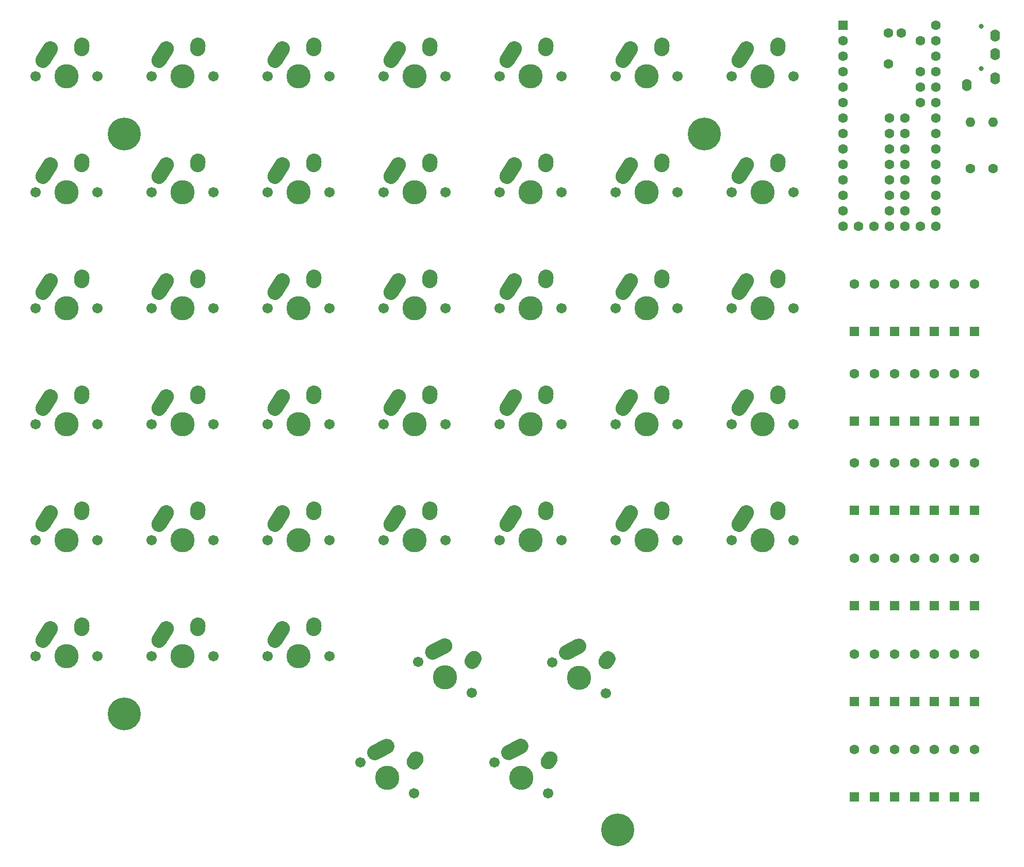
<source format=gbs>
%TF.GenerationSoftware,KiCad,Pcbnew,(5.1.9)-1*%
%TF.CreationDate,2021-04-22T01:41:48-06:00*%
%TF.ProjectId,Left Keyboard,4c656674-204b-4657-9962-6f6172642e6b,rev?*%
%TF.SameCoordinates,Original*%
%TF.FileFunction,Soldermask,Bot*%
%TF.FilePolarity,Negative*%
%FSLAX46Y46*%
G04 Gerber Fmt 4.6, Leading zero omitted, Abs format (unit mm)*
G04 Created by KiCad (PCBNEW (5.1.9)-1) date 2021-04-22 01:41:48*
%MOMM*%
%LPD*%
G01*
G04 APERTURE LIST*
%ADD10C,1.701800*%
%ADD11C,3.987800*%
%ADD12R,1.600000X1.600000*%
%ADD13C,1.600000*%
%ADD14O,1.600000X1.600000*%
%ADD15O,1.600000X2.000000*%
%ADD16C,0.800000*%
%ADD17C,5.400000*%
G04 APERTURE END LIST*
%TO.C,K6-2*%
G36*
G01*
X172328171Y-44776809D02*
X172367619Y-44198153D01*
G75*
G02*
X173699743Y-43036067I1247105J-85019D01*
G01*
X173699743Y-43036067D01*
G75*
G02*
X174861829Y-44368191I-85019J-1247105D01*
G01*
X174822381Y-44946847D01*
G75*
G02*
X173490257Y-46108933I-1247105J85019D01*
G01*
X173490257Y-46108933D01*
G75*
G02*
X172328171Y-44776809I85019J1247105D01*
G01*
G37*
G36*
G01*
X166161299Y-46119690D02*
X167370223Y-44222060D01*
G75*
G02*
X169096087Y-43839446I1054239J-671625D01*
G01*
X169096087Y-43839446D01*
G75*
G02*
X169478701Y-45565310I-671625J-1054239D01*
G01*
X168269777Y-47462940D01*
G75*
G02*
X166543913Y-47845554I-1054239J671625D01*
G01*
X166543913Y-47845554D01*
G75*
G02*
X166161299Y-46119690I671625J1054239D01*
G01*
G37*
D10*
X176155000Y-49362500D03*
X165995000Y-49362500D03*
D11*
X171075000Y-49362500D03*
%TD*%
D12*
%TO.C,D1-1*%
X205212500Y-72275000D03*
D13*
X205212500Y-64475000D03*
%TD*%
%TO.C,D1-2*%
X205212500Y-79162500D03*
D12*
X205212500Y-86962500D03*
%TD*%
%TO.C,D1-3*%
X205212500Y-101650000D03*
D13*
X205212500Y-93850000D03*
%TD*%
%TO.C,D1-4*%
X205212500Y-109537500D03*
D12*
X205212500Y-117337500D03*
%TD*%
%TO.C,D1-5*%
X205212500Y-133025000D03*
D13*
X205212500Y-125225000D03*
%TD*%
%TO.C,D1-6*%
X205212500Y-140912500D03*
D12*
X205212500Y-148712500D03*
%TD*%
%TO.C,D2-1*%
X208500000Y-72275000D03*
D13*
X208500000Y-64475000D03*
%TD*%
%TO.C,D2-2*%
X208500000Y-79162500D03*
D12*
X208500000Y-86962500D03*
%TD*%
%TO.C,D2-3*%
X208500000Y-101650000D03*
D13*
X208500000Y-93850000D03*
%TD*%
%TO.C,D2-4*%
X208500000Y-109537500D03*
D12*
X208500000Y-117337500D03*
%TD*%
%TO.C,D2-5*%
X208500000Y-133025000D03*
D13*
X208500000Y-125225000D03*
%TD*%
%TO.C,D2-6*%
X208500000Y-140912500D03*
D12*
X208500000Y-148712500D03*
%TD*%
%TO.C,D3-1*%
X211787500Y-72275000D03*
D13*
X211787500Y-64475000D03*
%TD*%
%TO.C,D3-2*%
X211787500Y-79162500D03*
D12*
X211787500Y-86962500D03*
%TD*%
%TO.C,D3-3*%
X211787500Y-101650000D03*
D13*
X211787500Y-93850000D03*
%TD*%
%TO.C,D3-4*%
X211787500Y-109537500D03*
D12*
X211787500Y-117337500D03*
%TD*%
%TO.C,D3-5*%
X211787500Y-133025000D03*
D13*
X211787500Y-125225000D03*
%TD*%
%TO.C,D3-6*%
X211787500Y-140912500D03*
D12*
X211787500Y-148712500D03*
%TD*%
D13*
%TO.C,D4-1*%
X215075000Y-64475000D03*
D12*
X215075000Y-72275000D03*
%TD*%
%TO.C,D4-2*%
X215075000Y-86962500D03*
D13*
X215075000Y-79162500D03*
%TD*%
D12*
%TO.C,D4-3*%
X215075000Y-101650000D03*
D13*
X215075000Y-93850000D03*
%TD*%
%TO.C,D4-4*%
X215075000Y-109537500D03*
D12*
X215075000Y-117337500D03*
%TD*%
%TO.C,D4-5*%
X215075000Y-133025000D03*
D13*
X215075000Y-125225000D03*
%TD*%
%TO.C,D4-6*%
X215075000Y-140912500D03*
D12*
X215075000Y-148712500D03*
%TD*%
D13*
%TO.C,D5-1*%
X218362500Y-64475000D03*
D12*
X218362500Y-72275000D03*
%TD*%
%TO.C,D5-2*%
X218362500Y-86962500D03*
D13*
X218362500Y-79162500D03*
%TD*%
%TO.C,D5-3*%
X218362500Y-93850000D03*
D12*
X218362500Y-101650000D03*
%TD*%
%TO.C,D5-4*%
X218362500Y-117337500D03*
D13*
X218362500Y-109537500D03*
%TD*%
%TO.C,D5-5*%
X218362500Y-125225000D03*
D12*
X218362500Y-133025000D03*
%TD*%
%TO.C,D5-6*%
X218362500Y-148712500D03*
D13*
X218362500Y-140912500D03*
%TD*%
%TO.C,D6-1*%
X221650000Y-64475000D03*
D12*
X221650000Y-72275000D03*
%TD*%
%TO.C,D6-2*%
X221650000Y-86962500D03*
D13*
X221650000Y-79162500D03*
%TD*%
%TO.C,D6-3*%
X221650000Y-93850000D03*
D12*
X221650000Y-101650000D03*
%TD*%
%TO.C,D6-4*%
X221650000Y-117337500D03*
D13*
X221650000Y-109537500D03*
%TD*%
%TO.C,D6-5*%
X221650000Y-125225000D03*
D12*
X221650000Y-133025000D03*
%TD*%
%TO.C,D6-6*%
X221650000Y-148712500D03*
D13*
X221650000Y-140912500D03*
%TD*%
%TO.C,D7-1*%
X224937500Y-64475000D03*
D12*
X224937500Y-72275000D03*
%TD*%
%TO.C,D7-2*%
X224937500Y-86962500D03*
D13*
X224937500Y-79162500D03*
%TD*%
%TO.C,D7-3*%
X224937500Y-93850000D03*
D12*
X224937500Y-101650000D03*
%TD*%
%TO.C,D7-4*%
X224937500Y-117337500D03*
D13*
X224937500Y-109537500D03*
%TD*%
%TO.C,D7-5*%
X224937500Y-125225000D03*
D12*
X224937500Y-133025000D03*
%TD*%
%TO.C,D7-6*%
X224937500Y-148712500D03*
D13*
X224937500Y-140912500D03*
%TD*%
%TO.C,K1-1*%
G36*
G01*
X77078171Y-25726809D02*
X77117619Y-25148153D01*
G75*
G02*
X78449743Y-23986067I1247105J-85019D01*
G01*
X78449743Y-23986067D01*
G75*
G02*
X79611829Y-25318191I-85019J-1247105D01*
G01*
X79572381Y-25896847D01*
G75*
G02*
X78240257Y-27058933I-1247105J85019D01*
G01*
X78240257Y-27058933D01*
G75*
G02*
X77078171Y-25726809I85019J1247105D01*
G01*
G37*
G36*
G01*
X70911299Y-27069690D02*
X72120223Y-25172060D01*
G75*
G02*
X73846087Y-24789446I1054239J-671625D01*
G01*
X73846087Y-24789446D01*
G75*
G02*
X74228701Y-26515310I-671625J-1054239D01*
G01*
X73019777Y-28412940D01*
G75*
G02*
X71293913Y-28795554I-1054239J671625D01*
G01*
X71293913Y-28795554D01*
G75*
G02*
X70911299Y-27069690I671625J1054239D01*
G01*
G37*
D10*
X80905000Y-30312500D03*
X70745000Y-30312500D03*
D11*
X75825000Y-30312500D03*
%TD*%
%TO.C,K1-2*%
X75825000Y-49362500D03*
D10*
X70745000Y-49362500D03*
X80905000Y-49362500D03*
G36*
G01*
X70911299Y-46119690D02*
X72120223Y-44222060D01*
G75*
G02*
X73846087Y-43839446I1054239J-671625D01*
G01*
X73846087Y-43839446D01*
G75*
G02*
X74228701Y-45565310I-671625J-1054239D01*
G01*
X73019777Y-47462940D01*
G75*
G02*
X71293913Y-47845554I-1054239J671625D01*
G01*
X71293913Y-47845554D01*
G75*
G02*
X70911299Y-46119690I671625J1054239D01*
G01*
G37*
G36*
G01*
X77078171Y-44776809D02*
X77117619Y-44198153D01*
G75*
G02*
X78449743Y-43036067I1247105J-85019D01*
G01*
X78449743Y-43036067D01*
G75*
G02*
X79611829Y-44368191I-85019J-1247105D01*
G01*
X79572381Y-44946847D01*
G75*
G02*
X78240257Y-46108933I-1247105J85019D01*
G01*
X78240257Y-46108933D01*
G75*
G02*
X77078171Y-44776809I85019J1247105D01*
G01*
G37*
%TD*%
D11*
%TO.C,K1-3*%
X75825000Y-68412500D03*
D10*
X70745000Y-68412500D03*
X80905000Y-68412500D03*
G36*
G01*
X70911299Y-65169690D02*
X72120223Y-63272060D01*
G75*
G02*
X73846087Y-62889446I1054239J-671625D01*
G01*
X73846087Y-62889446D01*
G75*
G02*
X74228701Y-64615310I-671625J-1054239D01*
G01*
X73019777Y-66512940D01*
G75*
G02*
X71293913Y-66895554I-1054239J671625D01*
G01*
X71293913Y-66895554D01*
G75*
G02*
X70911299Y-65169690I671625J1054239D01*
G01*
G37*
G36*
G01*
X77078171Y-63826809D02*
X77117619Y-63248153D01*
G75*
G02*
X78449743Y-62086067I1247105J-85019D01*
G01*
X78449743Y-62086067D01*
G75*
G02*
X79611829Y-63418191I-85019J-1247105D01*
G01*
X79572381Y-63996847D01*
G75*
G02*
X78240257Y-65158933I-1247105J85019D01*
G01*
X78240257Y-65158933D01*
G75*
G02*
X77078171Y-63826809I85019J1247105D01*
G01*
G37*
%TD*%
%TO.C,K1-4*%
G36*
G01*
X77078171Y-82876809D02*
X77117619Y-82298153D01*
G75*
G02*
X78449743Y-81136067I1247105J-85019D01*
G01*
X78449743Y-81136067D01*
G75*
G02*
X79611829Y-82468191I-85019J-1247105D01*
G01*
X79572381Y-83046847D01*
G75*
G02*
X78240257Y-84208933I-1247105J85019D01*
G01*
X78240257Y-84208933D01*
G75*
G02*
X77078171Y-82876809I85019J1247105D01*
G01*
G37*
G36*
G01*
X70911299Y-84219690D02*
X72120223Y-82322060D01*
G75*
G02*
X73846087Y-81939446I1054239J-671625D01*
G01*
X73846087Y-81939446D01*
G75*
G02*
X74228701Y-83665310I-671625J-1054239D01*
G01*
X73019777Y-85562940D01*
G75*
G02*
X71293913Y-85945554I-1054239J671625D01*
G01*
X71293913Y-85945554D01*
G75*
G02*
X70911299Y-84219690I671625J1054239D01*
G01*
G37*
X80905000Y-87462500D03*
X70745000Y-87462500D03*
D11*
X75825000Y-87462500D03*
%TD*%
%TO.C,K1-5*%
G36*
G01*
X77078171Y-101926809D02*
X77117619Y-101348153D01*
G75*
G02*
X78449743Y-100186067I1247105J-85019D01*
G01*
X78449743Y-100186067D01*
G75*
G02*
X79611829Y-101518191I-85019J-1247105D01*
G01*
X79572381Y-102096847D01*
G75*
G02*
X78240257Y-103258933I-1247105J85019D01*
G01*
X78240257Y-103258933D01*
G75*
G02*
X77078171Y-101926809I85019J1247105D01*
G01*
G37*
G36*
G01*
X70911299Y-103269690D02*
X72120223Y-101372060D01*
G75*
G02*
X73846087Y-100989446I1054239J-671625D01*
G01*
X73846087Y-100989446D01*
G75*
G02*
X74228701Y-102715310I-671625J-1054239D01*
G01*
X73019777Y-104612940D01*
G75*
G02*
X71293913Y-104995554I-1054239J671625D01*
G01*
X71293913Y-104995554D01*
G75*
G02*
X70911299Y-103269690I671625J1054239D01*
G01*
G37*
D10*
X80905000Y-106512500D03*
X70745000Y-106512500D03*
D11*
X75825000Y-106512500D03*
%TD*%
%TO.C,K1-6*%
X75825000Y-125562500D03*
D10*
X70745000Y-125562500D03*
X80905000Y-125562500D03*
G36*
G01*
X70911299Y-122319690D02*
X72120223Y-120422060D01*
G75*
G02*
X73846087Y-120039446I1054239J-671625D01*
G01*
X73846087Y-120039446D01*
G75*
G02*
X74228701Y-121765310I-671625J-1054239D01*
G01*
X73019777Y-123662940D01*
G75*
G02*
X71293913Y-124045554I-1054239J671625D01*
G01*
X71293913Y-124045554D01*
G75*
G02*
X70911299Y-122319690I671625J1054239D01*
G01*
G37*
G36*
G01*
X77078171Y-120976809D02*
X77117619Y-120398153D01*
G75*
G02*
X78449743Y-119236067I1247105J-85019D01*
G01*
X78449743Y-119236067D01*
G75*
G02*
X79611829Y-120568191I-85019J-1247105D01*
G01*
X79572381Y-121146847D01*
G75*
G02*
X78240257Y-122308933I-1247105J85019D01*
G01*
X78240257Y-122308933D01*
G75*
G02*
X77078171Y-120976809I85019J1247105D01*
G01*
G37*
%TD*%
%TO.C,K2-1*%
G36*
G01*
X96128171Y-25726809D02*
X96167619Y-25148153D01*
G75*
G02*
X97499743Y-23986067I1247105J-85019D01*
G01*
X97499743Y-23986067D01*
G75*
G02*
X98661829Y-25318191I-85019J-1247105D01*
G01*
X98622381Y-25896847D01*
G75*
G02*
X97290257Y-27058933I-1247105J85019D01*
G01*
X97290257Y-27058933D01*
G75*
G02*
X96128171Y-25726809I85019J1247105D01*
G01*
G37*
G36*
G01*
X89961299Y-27069690D02*
X91170223Y-25172060D01*
G75*
G02*
X92896087Y-24789446I1054239J-671625D01*
G01*
X92896087Y-24789446D01*
G75*
G02*
X93278701Y-26515310I-671625J-1054239D01*
G01*
X92069777Y-28412940D01*
G75*
G02*
X90343913Y-28795554I-1054239J671625D01*
G01*
X90343913Y-28795554D01*
G75*
G02*
X89961299Y-27069690I671625J1054239D01*
G01*
G37*
X99955000Y-30312500D03*
X89795000Y-30312500D03*
D11*
X94875000Y-30312500D03*
%TD*%
%TO.C,K2-2*%
X94875000Y-49362500D03*
D10*
X89795000Y-49362500D03*
X99955000Y-49362500D03*
G36*
G01*
X89961299Y-46119690D02*
X91170223Y-44222060D01*
G75*
G02*
X92896087Y-43839446I1054239J-671625D01*
G01*
X92896087Y-43839446D01*
G75*
G02*
X93278701Y-45565310I-671625J-1054239D01*
G01*
X92069777Y-47462940D01*
G75*
G02*
X90343913Y-47845554I-1054239J671625D01*
G01*
X90343913Y-47845554D01*
G75*
G02*
X89961299Y-46119690I671625J1054239D01*
G01*
G37*
G36*
G01*
X96128171Y-44776809D02*
X96167619Y-44198153D01*
G75*
G02*
X97499743Y-43036067I1247105J-85019D01*
G01*
X97499743Y-43036067D01*
G75*
G02*
X98661829Y-44368191I-85019J-1247105D01*
G01*
X98622381Y-44946847D01*
G75*
G02*
X97290257Y-46108933I-1247105J85019D01*
G01*
X97290257Y-46108933D01*
G75*
G02*
X96128171Y-44776809I85019J1247105D01*
G01*
G37*
%TD*%
%TO.C,K2-3*%
G36*
G01*
X96128171Y-63826809D02*
X96167619Y-63248153D01*
G75*
G02*
X97499743Y-62086067I1247105J-85019D01*
G01*
X97499743Y-62086067D01*
G75*
G02*
X98661829Y-63418191I-85019J-1247105D01*
G01*
X98622381Y-63996847D01*
G75*
G02*
X97290257Y-65158933I-1247105J85019D01*
G01*
X97290257Y-65158933D01*
G75*
G02*
X96128171Y-63826809I85019J1247105D01*
G01*
G37*
G36*
G01*
X89961299Y-65169690D02*
X91170223Y-63272060D01*
G75*
G02*
X92896087Y-62889446I1054239J-671625D01*
G01*
X92896087Y-62889446D01*
G75*
G02*
X93278701Y-64615310I-671625J-1054239D01*
G01*
X92069777Y-66512940D01*
G75*
G02*
X90343913Y-66895554I-1054239J671625D01*
G01*
X90343913Y-66895554D01*
G75*
G02*
X89961299Y-65169690I671625J1054239D01*
G01*
G37*
X99955000Y-68412500D03*
X89795000Y-68412500D03*
D11*
X94875000Y-68412500D03*
%TD*%
%TO.C,K2-4*%
X94875000Y-87462500D03*
D10*
X89795000Y-87462500D03*
X99955000Y-87462500D03*
G36*
G01*
X89961299Y-84219690D02*
X91170223Y-82322060D01*
G75*
G02*
X92896087Y-81939446I1054239J-671625D01*
G01*
X92896087Y-81939446D01*
G75*
G02*
X93278701Y-83665310I-671625J-1054239D01*
G01*
X92069777Y-85562940D01*
G75*
G02*
X90343913Y-85945554I-1054239J671625D01*
G01*
X90343913Y-85945554D01*
G75*
G02*
X89961299Y-84219690I671625J1054239D01*
G01*
G37*
G36*
G01*
X96128171Y-82876809D02*
X96167619Y-82298153D01*
G75*
G02*
X97499743Y-81136067I1247105J-85019D01*
G01*
X97499743Y-81136067D01*
G75*
G02*
X98661829Y-82468191I-85019J-1247105D01*
G01*
X98622381Y-83046847D01*
G75*
G02*
X97290257Y-84208933I-1247105J85019D01*
G01*
X97290257Y-84208933D01*
G75*
G02*
X96128171Y-82876809I85019J1247105D01*
G01*
G37*
%TD*%
%TO.C,K2-5*%
G36*
G01*
X96128171Y-101926809D02*
X96167619Y-101348153D01*
G75*
G02*
X97499743Y-100186067I1247105J-85019D01*
G01*
X97499743Y-100186067D01*
G75*
G02*
X98661829Y-101518191I-85019J-1247105D01*
G01*
X98622381Y-102096847D01*
G75*
G02*
X97290257Y-103258933I-1247105J85019D01*
G01*
X97290257Y-103258933D01*
G75*
G02*
X96128171Y-101926809I85019J1247105D01*
G01*
G37*
G36*
G01*
X89961299Y-103269690D02*
X91170223Y-101372060D01*
G75*
G02*
X92896087Y-100989446I1054239J-671625D01*
G01*
X92896087Y-100989446D01*
G75*
G02*
X93278701Y-102715310I-671625J-1054239D01*
G01*
X92069777Y-104612940D01*
G75*
G02*
X90343913Y-104995554I-1054239J671625D01*
G01*
X90343913Y-104995554D01*
G75*
G02*
X89961299Y-103269690I671625J1054239D01*
G01*
G37*
X99955000Y-106512500D03*
X89795000Y-106512500D03*
D11*
X94875000Y-106512500D03*
%TD*%
%TO.C,K2-6*%
X94875000Y-125562500D03*
D10*
X89795000Y-125562500D03*
X99955000Y-125562500D03*
G36*
G01*
X89961299Y-122319690D02*
X91170223Y-120422060D01*
G75*
G02*
X92896087Y-120039446I1054239J-671625D01*
G01*
X92896087Y-120039446D01*
G75*
G02*
X93278701Y-121765310I-671625J-1054239D01*
G01*
X92069777Y-123662940D01*
G75*
G02*
X90343913Y-124045554I-1054239J671625D01*
G01*
X90343913Y-124045554D01*
G75*
G02*
X89961299Y-122319690I671625J1054239D01*
G01*
G37*
G36*
G01*
X96128171Y-120976809D02*
X96167619Y-120398153D01*
G75*
G02*
X97499743Y-119236067I1247105J-85019D01*
G01*
X97499743Y-119236067D01*
G75*
G02*
X98661829Y-120568191I-85019J-1247105D01*
G01*
X98622381Y-121146847D01*
G75*
G02*
X97290257Y-122308933I-1247105J85019D01*
G01*
X97290257Y-122308933D01*
G75*
G02*
X96128171Y-120976809I85019J1247105D01*
G01*
G37*
%TD*%
D11*
%TO.C,K3-1*%
X113925000Y-30312500D03*
D10*
X108845000Y-30312500D03*
X119005000Y-30312500D03*
G36*
G01*
X109011299Y-27069690D02*
X110220223Y-25172060D01*
G75*
G02*
X111946087Y-24789446I1054239J-671625D01*
G01*
X111946087Y-24789446D01*
G75*
G02*
X112328701Y-26515310I-671625J-1054239D01*
G01*
X111119777Y-28412940D01*
G75*
G02*
X109393913Y-28795554I-1054239J671625D01*
G01*
X109393913Y-28795554D01*
G75*
G02*
X109011299Y-27069690I671625J1054239D01*
G01*
G37*
G36*
G01*
X115178171Y-25726809D02*
X115217619Y-25148153D01*
G75*
G02*
X116549743Y-23986067I1247105J-85019D01*
G01*
X116549743Y-23986067D01*
G75*
G02*
X117711829Y-25318191I-85019J-1247105D01*
G01*
X117672381Y-25896847D01*
G75*
G02*
X116340257Y-27058933I-1247105J85019D01*
G01*
X116340257Y-27058933D01*
G75*
G02*
X115178171Y-25726809I85019J1247105D01*
G01*
G37*
%TD*%
D11*
%TO.C,K3-2*%
X113925000Y-49362500D03*
D10*
X108845000Y-49362500D03*
X119005000Y-49362500D03*
G36*
G01*
X109011299Y-46119690D02*
X110220223Y-44222060D01*
G75*
G02*
X111946087Y-43839446I1054239J-671625D01*
G01*
X111946087Y-43839446D01*
G75*
G02*
X112328701Y-45565310I-671625J-1054239D01*
G01*
X111119777Y-47462940D01*
G75*
G02*
X109393913Y-47845554I-1054239J671625D01*
G01*
X109393913Y-47845554D01*
G75*
G02*
X109011299Y-46119690I671625J1054239D01*
G01*
G37*
G36*
G01*
X115178171Y-44776809D02*
X115217619Y-44198153D01*
G75*
G02*
X116549743Y-43036067I1247105J-85019D01*
G01*
X116549743Y-43036067D01*
G75*
G02*
X117711829Y-44368191I-85019J-1247105D01*
G01*
X117672381Y-44946847D01*
G75*
G02*
X116340257Y-46108933I-1247105J85019D01*
G01*
X116340257Y-46108933D01*
G75*
G02*
X115178171Y-44776809I85019J1247105D01*
G01*
G37*
%TD*%
%TO.C,K3-3*%
G36*
G01*
X115178171Y-63826809D02*
X115217619Y-63248153D01*
G75*
G02*
X116549743Y-62086067I1247105J-85019D01*
G01*
X116549743Y-62086067D01*
G75*
G02*
X117711829Y-63418191I-85019J-1247105D01*
G01*
X117672381Y-63996847D01*
G75*
G02*
X116340257Y-65158933I-1247105J85019D01*
G01*
X116340257Y-65158933D01*
G75*
G02*
X115178171Y-63826809I85019J1247105D01*
G01*
G37*
G36*
G01*
X109011299Y-65169690D02*
X110220223Y-63272060D01*
G75*
G02*
X111946087Y-62889446I1054239J-671625D01*
G01*
X111946087Y-62889446D01*
G75*
G02*
X112328701Y-64615310I-671625J-1054239D01*
G01*
X111119777Y-66512940D01*
G75*
G02*
X109393913Y-66895554I-1054239J671625D01*
G01*
X109393913Y-66895554D01*
G75*
G02*
X109011299Y-65169690I671625J1054239D01*
G01*
G37*
X119005000Y-68412500D03*
X108845000Y-68412500D03*
D11*
X113925000Y-68412500D03*
%TD*%
%TO.C,K3-4*%
X113925000Y-87462500D03*
D10*
X108845000Y-87462500D03*
X119005000Y-87462500D03*
G36*
G01*
X109011299Y-84219690D02*
X110220223Y-82322060D01*
G75*
G02*
X111946087Y-81939446I1054239J-671625D01*
G01*
X111946087Y-81939446D01*
G75*
G02*
X112328701Y-83665310I-671625J-1054239D01*
G01*
X111119777Y-85562940D01*
G75*
G02*
X109393913Y-85945554I-1054239J671625D01*
G01*
X109393913Y-85945554D01*
G75*
G02*
X109011299Y-84219690I671625J1054239D01*
G01*
G37*
G36*
G01*
X115178171Y-82876809D02*
X115217619Y-82298153D01*
G75*
G02*
X116549743Y-81136067I1247105J-85019D01*
G01*
X116549743Y-81136067D01*
G75*
G02*
X117711829Y-82468191I-85019J-1247105D01*
G01*
X117672381Y-83046847D01*
G75*
G02*
X116340257Y-84208933I-1247105J85019D01*
G01*
X116340257Y-84208933D01*
G75*
G02*
X115178171Y-82876809I85019J1247105D01*
G01*
G37*
%TD*%
%TO.C,K3-5*%
G36*
G01*
X115178171Y-101926809D02*
X115217619Y-101348153D01*
G75*
G02*
X116549743Y-100186067I1247105J-85019D01*
G01*
X116549743Y-100186067D01*
G75*
G02*
X117711829Y-101518191I-85019J-1247105D01*
G01*
X117672381Y-102096847D01*
G75*
G02*
X116340257Y-103258933I-1247105J85019D01*
G01*
X116340257Y-103258933D01*
G75*
G02*
X115178171Y-101926809I85019J1247105D01*
G01*
G37*
G36*
G01*
X109011299Y-103269690D02*
X110220223Y-101372060D01*
G75*
G02*
X111946087Y-100989446I1054239J-671625D01*
G01*
X111946087Y-100989446D01*
G75*
G02*
X112328701Y-102715310I-671625J-1054239D01*
G01*
X111119777Y-104612940D01*
G75*
G02*
X109393913Y-104995554I-1054239J671625D01*
G01*
X109393913Y-104995554D01*
G75*
G02*
X109011299Y-103269690I671625J1054239D01*
G01*
G37*
X119005000Y-106512500D03*
X108845000Y-106512500D03*
D11*
X113925000Y-106512500D03*
%TD*%
%TO.C,K3-6*%
X113925000Y-125562500D03*
D10*
X108845000Y-125562500D03*
X119005000Y-125562500D03*
G36*
G01*
X109011299Y-122319690D02*
X110220223Y-120422060D01*
G75*
G02*
X111946087Y-120039446I1054239J-671625D01*
G01*
X111946087Y-120039446D01*
G75*
G02*
X112328701Y-121765310I-671625J-1054239D01*
G01*
X111119777Y-123662940D01*
G75*
G02*
X109393913Y-124045554I-1054239J671625D01*
G01*
X109393913Y-124045554D01*
G75*
G02*
X109011299Y-122319690I671625J1054239D01*
G01*
G37*
G36*
G01*
X115178171Y-120976809D02*
X115217619Y-120398153D01*
G75*
G02*
X116549743Y-119236067I1247105J-85019D01*
G01*
X116549743Y-119236067D01*
G75*
G02*
X117711829Y-120568191I-85019J-1247105D01*
G01*
X117672381Y-121146847D01*
G75*
G02*
X116340257Y-122308933I-1247105J85019D01*
G01*
X116340257Y-122308933D01*
G75*
G02*
X115178171Y-120976809I85019J1247105D01*
G01*
G37*
%TD*%
%TO.C,K4-1*%
G36*
G01*
X134228171Y-25726809D02*
X134267619Y-25148153D01*
G75*
G02*
X135599743Y-23986067I1247105J-85019D01*
G01*
X135599743Y-23986067D01*
G75*
G02*
X136761829Y-25318191I-85019J-1247105D01*
G01*
X136722381Y-25896847D01*
G75*
G02*
X135390257Y-27058933I-1247105J85019D01*
G01*
X135390257Y-27058933D01*
G75*
G02*
X134228171Y-25726809I85019J1247105D01*
G01*
G37*
G36*
G01*
X128061299Y-27069690D02*
X129270223Y-25172060D01*
G75*
G02*
X130996087Y-24789446I1054239J-671625D01*
G01*
X130996087Y-24789446D01*
G75*
G02*
X131378701Y-26515310I-671625J-1054239D01*
G01*
X130169777Y-28412940D01*
G75*
G02*
X128443913Y-28795554I-1054239J671625D01*
G01*
X128443913Y-28795554D01*
G75*
G02*
X128061299Y-27069690I671625J1054239D01*
G01*
G37*
X138055000Y-30312500D03*
X127895000Y-30312500D03*
D11*
X132975000Y-30312500D03*
%TD*%
%TO.C,K4-2*%
X132975000Y-49362500D03*
D10*
X127895000Y-49362500D03*
X138055000Y-49362500D03*
G36*
G01*
X128061299Y-46119690D02*
X129270223Y-44222060D01*
G75*
G02*
X130996087Y-43839446I1054239J-671625D01*
G01*
X130996087Y-43839446D01*
G75*
G02*
X131378701Y-45565310I-671625J-1054239D01*
G01*
X130169777Y-47462940D01*
G75*
G02*
X128443913Y-47845554I-1054239J671625D01*
G01*
X128443913Y-47845554D01*
G75*
G02*
X128061299Y-46119690I671625J1054239D01*
G01*
G37*
G36*
G01*
X134228171Y-44776809D02*
X134267619Y-44198153D01*
G75*
G02*
X135599743Y-43036067I1247105J-85019D01*
G01*
X135599743Y-43036067D01*
G75*
G02*
X136761829Y-44368191I-85019J-1247105D01*
G01*
X136722381Y-44946847D01*
G75*
G02*
X135390257Y-46108933I-1247105J85019D01*
G01*
X135390257Y-46108933D01*
G75*
G02*
X134228171Y-44776809I85019J1247105D01*
G01*
G37*
%TD*%
%TO.C,K4-3*%
G36*
G01*
X134228171Y-63826809D02*
X134267619Y-63248153D01*
G75*
G02*
X135599743Y-62086067I1247105J-85019D01*
G01*
X135599743Y-62086067D01*
G75*
G02*
X136761829Y-63418191I-85019J-1247105D01*
G01*
X136722381Y-63996847D01*
G75*
G02*
X135390257Y-65158933I-1247105J85019D01*
G01*
X135390257Y-65158933D01*
G75*
G02*
X134228171Y-63826809I85019J1247105D01*
G01*
G37*
G36*
G01*
X128061299Y-65169690D02*
X129270223Y-63272060D01*
G75*
G02*
X130996087Y-62889446I1054239J-671625D01*
G01*
X130996087Y-62889446D01*
G75*
G02*
X131378701Y-64615310I-671625J-1054239D01*
G01*
X130169777Y-66512940D01*
G75*
G02*
X128443913Y-66895554I-1054239J671625D01*
G01*
X128443913Y-66895554D01*
G75*
G02*
X128061299Y-65169690I671625J1054239D01*
G01*
G37*
X138055000Y-68412500D03*
X127895000Y-68412500D03*
D11*
X132975000Y-68412500D03*
%TD*%
%TO.C,K4-4*%
X132975000Y-87462500D03*
D10*
X127895000Y-87462500D03*
X138055000Y-87462500D03*
G36*
G01*
X128061299Y-84219690D02*
X129270223Y-82322060D01*
G75*
G02*
X130996087Y-81939446I1054239J-671625D01*
G01*
X130996087Y-81939446D01*
G75*
G02*
X131378701Y-83665310I-671625J-1054239D01*
G01*
X130169777Y-85562940D01*
G75*
G02*
X128443913Y-85945554I-1054239J671625D01*
G01*
X128443913Y-85945554D01*
G75*
G02*
X128061299Y-84219690I671625J1054239D01*
G01*
G37*
G36*
G01*
X134228171Y-82876809D02*
X134267619Y-82298153D01*
G75*
G02*
X135599743Y-81136067I1247105J-85019D01*
G01*
X135599743Y-81136067D01*
G75*
G02*
X136761829Y-82468191I-85019J-1247105D01*
G01*
X136722381Y-83046847D01*
G75*
G02*
X135390257Y-84208933I-1247105J85019D01*
G01*
X135390257Y-84208933D01*
G75*
G02*
X134228171Y-82876809I85019J1247105D01*
G01*
G37*
%TD*%
%TO.C,K4-5*%
G36*
G01*
X134228171Y-101926809D02*
X134267619Y-101348153D01*
G75*
G02*
X135599743Y-100186067I1247105J-85019D01*
G01*
X135599743Y-100186067D01*
G75*
G02*
X136761829Y-101518191I-85019J-1247105D01*
G01*
X136722381Y-102096847D01*
G75*
G02*
X135390257Y-103258933I-1247105J85019D01*
G01*
X135390257Y-103258933D01*
G75*
G02*
X134228171Y-101926809I85019J1247105D01*
G01*
G37*
G36*
G01*
X128061299Y-103269690D02*
X129270223Y-101372060D01*
G75*
G02*
X130996087Y-100989446I1054239J-671625D01*
G01*
X130996087Y-100989446D01*
G75*
G02*
X131378701Y-102715310I-671625J-1054239D01*
G01*
X130169777Y-104612940D01*
G75*
G02*
X128443913Y-104995554I-1054239J671625D01*
G01*
X128443913Y-104995554D01*
G75*
G02*
X128061299Y-103269690I671625J1054239D01*
G01*
G37*
X138055000Y-106512500D03*
X127895000Y-106512500D03*
D11*
X132975000Y-106512500D03*
%TD*%
%TO.C,K4-6*%
X138012500Y-129100000D03*
D10*
X133613091Y-126560000D03*
X142411909Y-131640000D03*
G36*
G01*
X135378514Y-123834794D02*
X137374288Y-122795860D01*
G75*
G02*
X139060238Y-123327438I577186J-1108764D01*
G01*
X139060238Y-123327438D01*
G75*
G02*
X138528660Y-125013388I-1108764J-577186D01*
G01*
X136532886Y-126052322D01*
G75*
G02*
X134846936Y-125520744I-577186J1108764D01*
G01*
X134846936Y-125520744D01*
G75*
G02*
X135378514Y-123834794I1108764J577186D01*
G01*
G37*
G36*
G01*
X141390623Y-125755261D02*
X141714115Y-125273853D01*
G75*
G02*
X143448811Y-124933519I1037515J-697181D01*
G01*
X143448811Y-124933519D01*
G75*
G02*
X143789145Y-126668215I-697181J-1037515D01*
G01*
X143465653Y-127149623D01*
G75*
G02*
X141730957Y-127489957I-1037515J697181D01*
G01*
X141730957Y-127489957D01*
G75*
G02*
X141390623Y-125755261I697181J1037515D01*
G01*
G37*
%TD*%
%TO.C,K5-1*%
G36*
G01*
X153278171Y-25726809D02*
X153317619Y-25148153D01*
G75*
G02*
X154649743Y-23986067I1247105J-85019D01*
G01*
X154649743Y-23986067D01*
G75*
G02*
X155811829Y-25318191I-85019J-1247105D01*
G01*
X155772381Y-25896847D01*
G75*
G02*
X154440257Y-27058933I-1247105J85019D01*
G01*
X154440257Y-27058933D01*
G75*
G02*
X153278171Y-25726809I85019J1247105D01*
G01*
G37*
G36*
G01*
X147111299Y-27069690D02*
X148320223Y-25172060D01*
G75*
G02*
X150046087Y-24789446I1054239J-671625D01*
G01*
X150046087Y-24789446D01*
G75*
G02*
X150428701Y-26515310I-671625J-1054239D01*
G01*
X149219777Y-28412940D01*
G75*
G02*
X147493913Y-28795554I-1054239J671625D01*
G01*
X147493913Y-28795554D01*
G75*
G02*
X147111299Y-27069690I671625J1054239D01*
G01*
G37*
X157105000Y-30312500D03*
X146945000Y-30312500D03*
D11*
X152025000Y-30312500D03*
%TD*%
%TO.C,K5-2*%
X152025000Y-49362500D03*
D10*
X146945000Y-49362500D03*
X157105000Y-49362500D03*
G36*
G01*
X147111299Y-46119690D02*
X148320223Y-44222060D01*
G75*
G02*
X150046087Y-43839446I1054239J-671625D01*
G01*
X150046087Y-43839446D01*
G75*
G02*
X150428701Y-45565310I-671625J-1054239D01*
G01*
X149219777Y-47462940D01*
G75*
G02*
X147493913Y-47845554I-1054239J671625D01*
G01*
X147493913Y-47845554D01*
G75*
G02*
X147111299Y-46119690I671625J1054239D01*
G01*
G37*
G36*
G01*
X153278171Y-44776809D02*
X153317619Y-44198153D01*
G75*
G02*
X154649743Y-43036067I1247105J-85019D01*
G01*
X154649743Y-43036067D01*
G75*
G02*
X155811829Y-44368191I-85019J-1247105D01*
G01*
X155772381Y-44946847D01*
G75*
G02*
X154440257Y-46108933I-1247105J85019D01*
G01*
X154440257Y-46108933D01*
G75*
G02*
X153278171Y-44776809I85019J1247105D01*
G01*
G37*
%TD*%
%TO.C,K5-3*%
G36*
G01*
X153278171Y-63826809D02*
X153317619Y-63248153D01*
G75*
G02*
X154649743Y-62086067I1247105J-85019D01*
G01*
X154649743Y-62086067D01*
G75*
G02*
X155811829Y-63418191I-85019J-1247105D01*
G01*
X155772381Y-63996847D01*
G75*
G02*
X154440257Y-65158933I-1247105J85019D01*
G01*
X154440257Y-65158933D01*
G75*
G02*
X153278171Y-63826809I85019J1247105D01*
G01*
G37*
G36*
G01*
X147111299Y-65169690D02*
X148320223Y-63272060D01*
G75*
G02*
X150046087Y-62889446I1054239J-671625D01*
G01*
X150046087Y-62889446D01*
G75*
G02*
X150428701Y-64615310I-671625J-1054239D01*
G01*
X149219777Y-66512940D01*
G75*
G02*
X147493913Y-66895554I-1054239J671625D01*
G01*
X147493913Y-66895554D01*
G75*
G02*
X147111299Y-65169690I671625J1054239D01*
G01*
G37*
X157105000Y-68412500D03*
X146945000Y-68412500D03*
D11*
X152025000Y-68412500D03*
%TD*%
%TO.C,K5-4*%
G36*
G01*
X153278171Y-82876809D02*
X153317619Y-82298153D01*
G75*
G02*
X154649743Y-81136067I1247105J-85019D01*
G01*
X154649743Y-81136067D01*
G75*
G02*
X155811829Y-82468191I-85019J-1247105D01*
G01*
X155772381Y-83046847D01*
G75*
G02*
X154440257Y-84208933I-1247105J85019D01*
G01*
X154440257Y-84208933D01*
G75*
G02*
X153278171Y-82876809I85019J1247105D01*
G01*
G37*
G36*
G01*
X147111299Y-84219690D02*
X148320223Y-82322060D01*
G75*
G02*
X150046087Y-81939446I1054239J-671625D01*
G01*
X150046087Y-81939446D01*
G75*
G02*
X150428701Y-83665310I-671625J-1054239D01*
G01*
X149219777Y-85562940D01*
G75*
G02*
X147493913Y-85945554I-1054239J671625D01*
G01*
X147493913Y-85945554D01*
G75*
G02*
X147111299Y-84219690I671625J1054239D01*
G01*
G37*
D10*
X157105000Y-87462500D03*
X146945000Y-87462500D03*
D11*
X152025000Y-87462500D03*
%TD*%
%TO.C,K5-5*%
X152025000Y-106512500D03*
D10*
X146945000Y-106512500D03*
X157105000Y-106512500D03*
G36*
G01*
X147111299Y-103269690D02*
X148320223Y-101372060D01*
G75*
G02*
X150046087Y-100989446I1054239J-671625D01*
G01*
X150046087Y-100989446D01*
G75*
G02*
X150428701Y-102715310I-671625J-1054239D01*
G01*
X149219777Y-104612940D01*
G75*
G02*
X147493913Y-104995554I-1054239J671625D01*
G01*
X147493913Y-104995554D01*
G75*
G02*
X147111299Y-103269690I671625J1054239D01*
G01*
G37*
G36*
G01*
X153278171Y-101926809D02*
X153317619Y-101348153D01*
G75*
G02*
X154649743Y-100186067I1247105J-85019D01*
G01*
X154649743Y-100186067D01*
G75*
G02*
X155811829Y-101518191I-85019J-1247105D01*
G01*
X155772381Y-102096847D01*
G75*
G02*
X154440257Y-103258933I-1247105J85019D01*
G01*
X154440257Y-103258933D01*
G75*
G02*
X153278171Y-101926809I85019J1247105D01*
G01*
G37*
%TD*%
%TO.C,K5-6*%
G36*
G01*
X131878123Y-142265261D02*
X132201615Y-141783853D01*
G75*
G02*
X133936311Y-141443519I1037515J-697181D01*
G01*
X133936311Y-141443519D01*
G75*
G02*
X134276645Y-143178215I-697181J-1037515D01*
G01*
X133953153Y-143659623D01*
G75*
G02*
X132218457Y-143999957I-1037515J697181D01*
G01*
X132218457Y-143999957D01*
G75*
G02*
X131878123Y-142265261I697181J1037515D01*
G01*
G37*
G36*
G01*
X125866014Y-140344794D02*
X127861788Y-139305860D01*
G75*
G02*
X129547738Y-139837438I577186J-1108764D01*
G01*
X129547738Y-139837438D01*
G75*
G02*
X129016160Y-141523388I-1108764J-577186D01*
G01*
X127020386Y-142562322D01*
G75*
G02*
X125334436Y-142030744I-577186J1108764D01*
G01*
X125334436Y-142030744D01*
G75*
G02*
X125866014Y-140344794I1108764J577186D01*
G01*
G37*
X132899409Y-148150000D03*
X124100591Y-143070000D03*
D11*
X128500000Y-145610000D03*
%TD*%
%TO.C,K6-1*%
X171075000Y-30312500D03*
D10*
X165995000Y-30312500D03*
X176155000Y-30312500D03*
G36*
G01*
X166161299Y-27069690D02*
X167370223Y-25172060D01*
G75*
G02*
X169096087Y-24789446I1054239J-671625D01*
G01*
X169096087Y-24789446D01*
G75*
G02*
X169478701Y-26515310I-671625J-1054239D01*
G01*
X168269777Y-28412940D01*
G75*
G02*
X166543913Y-28795554I-1054239J671625D01*
G01*
X166543913Y-28795554D01*
G75*
G02*
X166161299Y-27069690I671625J1054239D01*
G01*
G37*
G36*
G01*
X172328171Y-25726809D02*
X172367619Y-25148153D01*
G75*
G02*
X173699743Y-23986067I1247105J-85019D01*
G01*
X173699743Y-23986067D01*
G75*
G02*
X174861829Y-25318191I-85019J-1247105D01*
G01*
X174822381Y-25896847D01*
G75*
G02*
X173490257Y-27058933I-1247105J85019D01*
G01*
X173490257Y-27058933D01*
G75*
G02*
X172328171Y-25726809I85019J1247105D01*
G01*
G37*
%TD*%
D11*
%TO.C,K6-3*%
X171075000Y-68412500D03*
D10*
X165995000Y-68412500D03*
X176155000Y-68412500D03*
G36*
G01*
X166161299Y-65169690D02*
X167370223Y-63272060D01*
G75*
G02*
X169096087Y-62889446I1054239J-671625D01*
G01*
X169096087Y-62889446D01*
G75*
G02*
X169478701Y-64615310I-671625J-1054239D01*
G01*
X168269777Y-66512940D01*
G75*
G02*
X166543913Y-66895554I-1054239J671625D01*
G01*
X166543913Y-66895554D01*
G75*
G02*
X166161299Y-65169690I671625J1054239D01*
G01*
G37*
G36*
G01*
X172328171Y-63826809D02*
X172367619Y-63248153D01*
G75*
G02*
X173699743Y-62086067I1247105J-85019D01*
G01*
X173699743Y-62086067D01*
G75*
G02*
X174861829Y-63418191I-85019J-1247105D01*
G01*
X174822381Y-63996847D01*
G75*
G02*
X173490257Y-65158933I-1247105J85019D01*
G01*
X173490257Y-65158933D01*
G75*
G02*
X172328171Y-63826809I85019J1247105D01*
G01*
G37*
%TD*%
%TO.C,K6-4*%
G36*
G01*
X172328171Y-82876809D02*
X172367619Y-82298153D01*
G75*
G02*
X173699743Y-81136067I1247105J-85019D01*
G01*
X173699743Y-81136067D01*
G75*
G02*
X174861829Y-82468191I-85019J-1247105D01*
G01*
X174822381Y-83046847D01*
G75*
G02*
X173490257Y-84208933I-1247105J85019D01*
G01*
X173490257Y-84208933D01*
G75*
G02*
X172328171Y-82876809I85019J1247105D01*
G01*
G37*
G36*
G01*
X166161299Y-84219690D02*
X167370223Y-82322060D01*
G75*
G02*
X169096087Y-81939446I1054239J-671625D01*
G01*
X169096087Y-81939446D01*
G75*
G02*
X169478701Y-83665310I-671625J-1054239D01*
G01*
X168269777Y-85562940D01*
G75*
G02*
X166543913Y-85945554I-1054239J671625D01*
G01*
X166543913Y-85945554D01*
G75*
G02*
X166161299Y-84219690I671625J1054239D01*
G01*
G37*
X176155000Y-87462500D03*
X165995000Y-87462500D03*
D11*
X171075000Y-87462500D03*
%TD*%
%TO.C,K6-5*%
G36*
G01*
X172328171Y-101926809D02*
X172367619Y-101348153D01*
G75*
G02*
X173699743Y-100186067I1247105J-85019D01*
G01*
X173699743Y-100186067D01*
G75*
G02*
X174861829Y-101518191I-85019J-1247105D01*
G01*
X174822381Y-102096847D01*
G75*
G02*
X173490257Y-103258933I-1247105J85019D01*
G01*
X173490257Y-103258933D01*
G75*
G02*
X172328171Y-101926809I85019J1247105D01*
G01*
G37*
G36*
G01*
X166161299Y-103269690D02*
X167370223Y-101372060D01*
G75*
G02*
X169096087Y-100989446I1054239J-671625D01*
G01*
X169096087Y-100989446D01*
G75*
G02*
X169478701Y-102715310I-671625J-1054239D01*
G01*
X168269777Y-104612940D01*
G75*
G02*
X166543913Y-104995554I-1054239J671625D01*
G01*
X166543913Y-104995554D01*
G75*
G02*
X166161299Y-103269690I671625J1054239D01*
G01*
G37*
D10*
X176155000Y-106512500D03*
X165995000Y-106512500D03*
D11*
X171075000Y-106512500D03*
%TD*%
%TO.C,K6-6*%
X160000000Y-129150000D03*
D10*
X155600591Y-126610000D03*
X164399409Y-131690000D03*
G36*
G01*
X157366014Y-123884794D02*
X159361788Y-122845860D01*
G75*
G02*
X161047738Y-123377438I577186J-1108764D01*
G01*
X161047738Y-123377438D01*
G75*
G02*
X160516160Y-125063388I-1108764J-577186D01*
G01*
X158520386Y-126102322D01*
G75*
G02*
X156834436Y-125570744I-577186J1108764D01*
G01*
X156834436Y-125570744D01*
G75*
G02*
X157366014Y-123884794I1108764J577186D01*
G01*
G37*
G36*
G01*
X163378123Y-125805261D02*
X163701615Y-125323853D01*
G75*
G02*
X165436311Y-124983519I1037515J-697181D01*
G01*
X165436311Y-124983519D01*
G75*
G02*
X165776645Y-126718215I-697181J-1037515D01*
G01*
X165453153Y-127199623D01*
G75*
G02*
X163718457Y-127539957I-1037515J697181D01*
G01*
X163718457Y-127539957D01*
G75*
G02*
X163378123Y-125805261I697181J1037515D01*
G01*
G37*
%TD*%
%TO.C,K7-1*%
G36*
G01*
X191378171Y-25726809D02*
X191417619Y-25148153D01*
G75*
G02*
X192749743Y-23986067I1247105J-85019D01*
G01*
X192749743Y-23986067D01*
G75*
G02*
X193911829Y-25318191I-85019J-1247105D01*
G01*
X193872381Y-25896847D01*
G75*
G02*
X192540257Y-27058933I-1247105J85019D01*
G01*
X192540257Y-27058933D01*
G75*
G02*
X191378171Y-25726809I85019J1247105D01*
G01*
G37*
G36*
G01*
X185211299Y-27069690D02*
X186420223Y-25172060D01*
G75*
G02*
X188146087Y-24789446I1054239J-671625D01*
G01*
X188146087Y-24789446D01*
G75*
G02*
X188528701Y-26515310I-671625J-1054239D01*
G01*
X187319777Y-28412940D01*
G75*
G02*
X185593913Y-28795554I-1054239J671625D01*
G01*
X185593913Y-28795554D01*
G75*
G02*
X185211299Y-27069690I671625J1054239D01*
G01*
G37*
X195205000Y-30312500D03*
X185045000Y-30312500D03*
D11*
X190125000Y-30312500D03*
%TD*%
%TO.C,K7-2*%
X190125000Y-49362500D03*
D10*
X185045000Y-49362500D03*
X195205000Y-49362500D03*
G36*
G01*
X185211299Y-46119690D02*
X186420223Y-44222060D01*
G75*
G02*
X188146087Y-43839446I1054239J-671625D01*
G01*
X188146087Y-43839446D01*
G75*
G02*
X188528701Y-45565310I-671625J-1054239D01*
G01*
X187319777Y-47462940D01*
G75*
G02*
X185593913Y-47845554I-1054239J671625D01*
G01*
X185593913Y-47845554D01*
G75*
G02*
X185211299Y-46119690I671625J1054239D01*
G01*
G37*
G36*
G01*
X191378171Y-44776809D02*
X191417619Y-44198153D01*
G75*
G02*
X192749743Y-43036067I1247105J-85019D01*
G01*
X192749743Y-43036067D01*
G75*
G02*
X193911829Y-44368191I-85019J-1247105D01*
G01*
X193872381Y-44946847D01*
G75*
G02*
X192540257Y-46108933I-1247105J85019D01*
G01*
X192540257Y-46108933D01*
G75*
G02*
X191378171Y-44776809I85019J1247105D01*
G01*
G37*
%TD*%
%TO.C,K7-3*%
G36*
G01*
X191378171Y-63826809D02*
X191417619Y-63248153D01*
G75*
G02*
X192749743Y-62086067I1247105J-85019D01*
G01*
X192749743Y-62086067D01*
G75*
G02*
X193911829Y-63418191I-85019J-1247105D01*
G01*
X193872381Y-63996847D01*
G75*
G02*
X192540257Y-65158933I-1247105J85019D01*
G01*
X192540257Y-65158933D01*
G75*
G02*
X191378171Y-63826809I85019J1247105D01*
G01*
G37*
G36*
G01*
X185211299Y-65169690D02*
X186420223Y-63272060D01*
G75*
G02*
X188146087Y-62889446I1054239J-671625D01*
G01*
X188146087Y-62889446D01*
G75*
G02*
X188528701Y-64615310I-671625J-1054239D01*
G01*
X187319777Y-66512940D01*
G75*
G02*
X185593913Y-66895554I-1054239J671625D01*
G01*
X185593913Y-66895554D01*
G75*
G02*
X185211299Y-65169690I671625J1054239D01*
G01*
G37*
X195205000Y-68412500D03*
X185045000Y-68412500D03*
D11*
X190125000Y-68412500D03*
%TD*%
%TO.C,K7-4*%
X190125000Y-87462500D03*
D10*
X185045000Y-87462500D03*
X195205000Y-87462500D03*
G36*
G01*
X185211299Y-84219690D02*
X186420223Y-82322060D01*
G75*
G02*
X188146087Y-81939446I1054239J-671625D01*
G01*
X188146087Y-81939446D01*
G75*
G02*
X188528701Y-83665310I-671625J-1054239D01*
G01*
X187319777Y-85562940D01*
G75*
G02*
X185593913Y-85945554I-1054239J671625D01*
G01*
X185593913Y-85945554D01*
G75*
G02*
X185211299Y-84219690I671625J1054239D01*
G01*
G37*
G36*
G01*
X191378171Y-82876809D02*
X191417619Y-82298153D01*
G75*
G02*
X192749743Y-81136067I1247105J-85019D01*
G01*
X192749743Y-81136067D01*
G75*
G02*
X193911829Y-82468191I-85019J-1247105D01*
G01*
X193872381Y-83046847D01*
G75*
G02*
X192540257Y-84208933I-1247105J85019D01*
G01*
X192540257Y-84208933D01*
G75*
G02*
X191378171Y-82876809I85019J1247105D01*
G01*
G37*
%TD*%
%TO.C,K7-5*%
G36*
G01*
X191378171Y-101926809D02*
X191417619Y-101348153D01*
G75*
G02*
X192749743Y-100186067I1247105J-85019D01*
G01*
X192749743Y-100186067D01*
G75*
G02*
X193911829Y-101518191I-85019J-1247105D01*
G01*
X193872381Y-102096847D01*
G75*
G02*
X192540257Y-103258933I-1247105J85019D01*
G01*
X192540257Y-103258933D01*
G75*
G02*
X191378171Y-101926809I85019J1247105D01*
G01*
G37*
G36*
G01*
X185211299Y-103269690D02*
X186420223Y-101372060D01*
G75*
G02*
X188146087Y-100989446I1054239J-671625D01*
G01*
X188146087Y-100989446D01*
G75*
G02*
X188528701Y-102715310I-671625J-1054239D01*
G01*
X187319777Y-104612940D01*
G75*
G02*
X185593913Y-104995554I-1054239J671625D01*
G01*
X185593913Y-104995554D01*
G75*
G02*
X185211299Y-103269690I671625J1054239D01*
G01*
G37*
X195205000Y-106512500D03*
X185045000Y-106512500D03*
D11*
X190125000Y-106512500D03*
%TD*%
%TO.C,K7-6*%
X150500000Y-145590000D03*
D10*
X146100591Y-143050000D03*
X154899409Y-148130000D03*
G36*
G01*
X147866014Y-140324794D02*
X149861788Y-139285860D01*
G75*
G02*
X151547738Y-139817438I577186J-1108764D01*
G01*
X151547738Y-139817438D01*
G75*
G02*
X151016160Y-141503388I-1108764J-577186D01*
G01*
X149020386Y-142542322D01*
G75*
G02*
X147334436Y-142010744I-577186J1108764D01*
G01*
X147334436Y-142010744D01*
G75*
G02*
X147866014Y-140324794I1108764J577186D01*
G01*
G37*
G36*
G01*
X153878123Y-142245261D02*
X154201615Y-141763853D01*
G75*
G02*
X155936311Y-141423519I1037515J-697181D01*
G01*
X155936311Y-141423519D01*
G75*
G02*
X156276645Y-143158215I-697181J-1037515D01*
G01*
X155953153Y-143639623D01*
G75*
G02*
X154218457Y-143979957I-1037515J697181D01*
G01*
X154218457Y-143979957D01*
G75*
G02*
X153878123Y-142245261I697181J1037515D01*
G01*
G37*
%TD*%
D13*
%TO.C,R1*%
X224250000Y-45500000D03*
D14*
X224250000Y-37880000D03*
%TD*%
%TO.C,R2*%
X228000000Y-37880000D03*
D13*
X228000000Y-45500000D03*
%TD*%
D15*
%TO.C,TRRS1*%
X223700000Y-31800000D03*
X228300000Y-30700000D03*
X228300000Y-23700000D03*
D16*
X226000000Y-29100000D03*
X226000000Y-22100000D03*
D15*
X228300000Y-26700000D03*
%TD*%
D13*
%TO.C,U1*%
X211000000Y-55010000D03*
X213540000Y-55010000D03*
X216080000Y-55010000D03*
X218620000Y-55010000D03*
X208460000Y-55010000D03*
X205920000Y-55010000D03*
X203380000Y-55010000D03*
X218620000Y-52470000D03*
X218620000Y-49930000D03*
X218620000Y-47390000D03*
X218620000Y-44850000D03*
X218620000Y-42310000D03*
X218620000Y-39770000D03*
X218620000Y-37230000D03*
X218620000Y-34690000D03*
X218620000Y-32150000D03*
X218620000Y-29610000D03*
X218620000Y-27070000D03*
X218620000Y-24530000D03*
X218620000Y-21990000D03*
X216080000Y-24530000D03*
X216080000Y-29610000D03*
X216080000Y-32150000D03*
X216080000Y-34690000D03*
X203380000Y-52470000D03*
X203380000Y-49930000D03*
X203380000Y-47390000D03*
X203380000Y-44850000D03*
X203380000Y-42310000D03*
X203380000Y-39770000D03*
X203380000Y-37230000D03*
X203380000Y-34690000D03*
X203380000Y-32150000D03*
X203380000Y-29610000D03*
X203380000Y-27070000D03*
X203380000Y-24530000D03*
D12*
X203380000Y-21990000D03*
D13*
X210770000Y-23260000D03*
X212900000Y-23260000D03*
X213540000Y-49930000D03*
X213540000Y-52470000D03*
X211000000Y-52470000D03*
X213540000Y-47390000D03*
X213540000Y-44850000D03*
X211000000Y-49930000D03*
X211000000Y-47390000D03*
X213540000Y-42310000D03*
X211000000Y-44850000D03*
X213540000Y-39770000D03*
X213540000Y-37230000D03*
X211000000Y-42310000D03*
X210770000Y-28340000D03*
X211000000Y-39770000D03*
X211000000Y-37230000D03*
%TD*%
D17*
%TO.C,H1*%
X180600000Y-39837500D03*
%TD*%
%TO.C,H2*%
X166312500Y-154137500D03*
%TD*%
%TO.C,H3*%
X85350000Y-39837500D03*
%TD*%
%TO.C,H4*%
X85350000Y-135087500D03*
%TD*%
M02*

</source>
